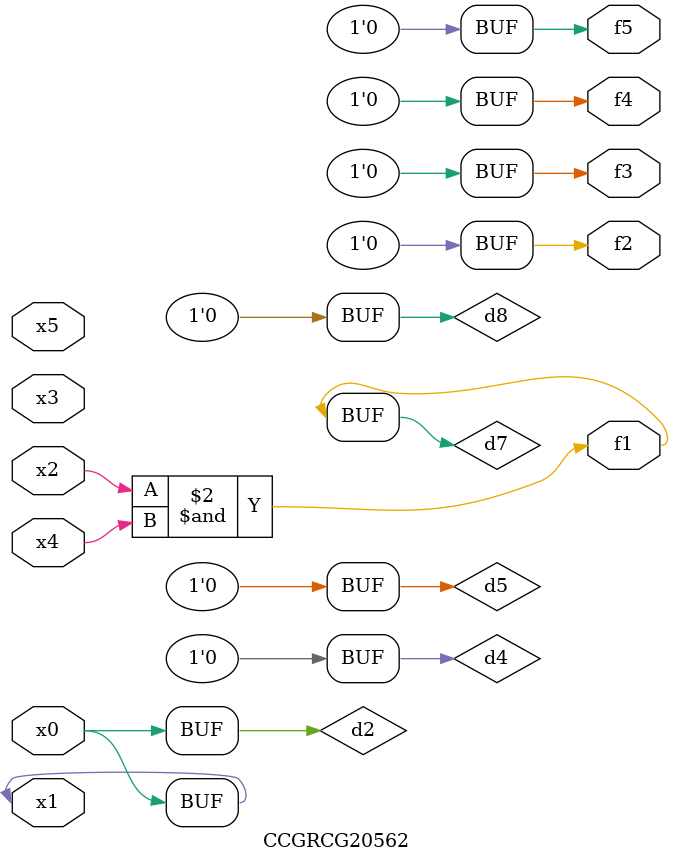
<source format=v>
module CCGRCG20562(
	input x0, x1, x2, x3, x4, x5,
	output f1, f2, f3, f4, f5
);

	wire d1, d2, d3, d4, d5, d6, d7, d8, d9;

	nand (d1, x1);
	buf (d2, x0, x1);
	nand (d3, x2, x4);
	and (d4, d1, d2);
	and (d5, d1, d2);
	nand (d6, d1, d3);
	not (d7, d3);
	xor (d8, d5);
	nor (d9, d5, d6);
	assign f1 = d7;
	assign f2 = d8;
	assign f3 = d8;
	assign f4 = d8;
	assign f5 = d8;
endmodule

</source>
